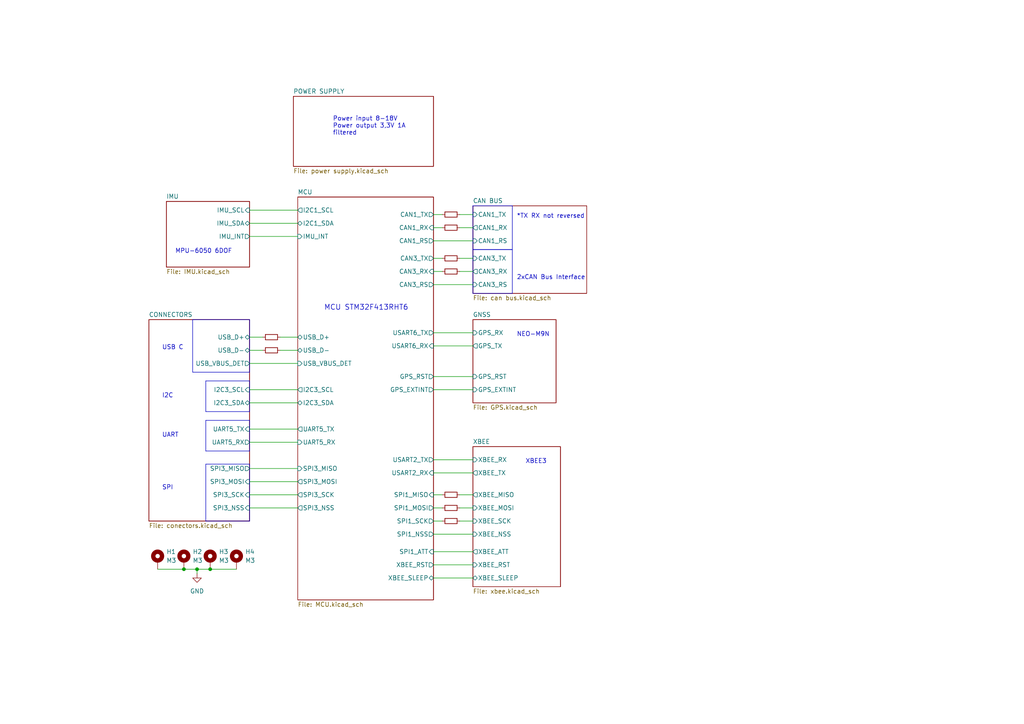
<source format=kicad_sch>
(kicad_sch (version 20230121) (generator eeschema)
  (paper "A4")
  (title_block (title "Telemetry RF module with CAN, GPS and IMU") (rev "1.0") (company "PUT Solar Dynamics") (comment 1 "Mateusz Czarnecki") (comment 2 "Connection diagram"))
  (lib_symbols
    (symbol "Symbols_RF_module:MountingHole_Pad" (pin_numbers hide) (pin_names (offset 1.016) hide)
      (property "Reference" "H" (at 0 6.35 0))
      (property "Value" "MountingHole_Pad" (at 0 4.445 0))
      (symbol "MountingHole_Pad_0_1"
        (circle (center 0 1.27) (radius 1.27) (stroke (width 1.27)))
      )
      (symbol "MountingHole_Pad_1_1"
        (pin input line (at 0 -2.54 90) (length 2.54) (name "1") (number "1"))
      )
    )
    (symbol "Symbols_RF_module:R_Small" (pin_numbers hide) (pin_names (offset 0.254) hide)
      (property "Reference" "R" (at 0.762 0.508 0))
      (property "Value" "R_Small" (at 0.762 -1.016 0))
      (symbol "R_Small_0_1"
        (rectangle (start -0.762 1.778) (end 0.762 -1.778) (stroke (width 0.2032)))
      )
      (symbol "R_Small_1_1"
        (pin passive line (at 0 2.54 270) (length 0.762) (name "~") (number "1"))
        (pin passive line (at 0 -2.54 90) (length 0.762) (name "~") (number "2"))
      )
    )
    (symbol "power:GND" (power) (pin_names (offset 0))
      (property "Value" "GND" (at 0 -3.81 0))
      (symbol "GND_0_1"
        (polyline (pts (xy 0 0) (xy 0 -1.27) (xy 1.27 -1.27) (xy 0 -2.54) (xy -1.27 -1.27) (xy 0 -1.27)))
      )
      (symbol "GND_1_1"
        (pin power_in line (at 0 0 270) (length 0) hide (name "GND") (number "1"))
      )
    )
  )
  (junction (at 53.34 165.1))
  (junction (at 60.96 165.1))
  (junction (at 57.15 165.1))
  (wire (pts (xy 125.73 133.35) (xy 137.16 133.35)))
  (wire (pts (xy 125.73 137.16) (xy 137.16 137.16)))
  (wire (pts (xy 45.72 165.1) (xy 53.34 165.1)))
  (polyline (pts (xy 59.69 110.49) (xy 72.39 110.49)))
  (wire (pts (xy 125.73 167.64) (xy 137.16 167.64)))
  (polyline (pts (xy 55.88 92.71) (xy 72.39 92.71)))
  (polyline (pts (xy 148.59 85.09) (xy 137.16 85.09)))
  (wire (pts (xy 53.34 165.1) (xy 57.15 165.1)))
  (wire (pts (xy 57.15 166.37) (xy 57.15 165.1)))
  (wire (pts (xy 72.39 64.77) (xy 86.36 64.77)))
  (polyline (pts (xy 137.16 72.39) (xy 137.16 85.09)))
  (polyline (pts (xy 72.39 134.62) (xy 72.39 151.13)))
  (wire (pts (xy 72.39 135.89) (xy 86.36 135.89)))
  (polyline (pts (xy 59.69 134.62) (xy 59.69 151.13)))
  (polyline (pts (xy 72.39 107.95) (xy 55.88 107.95)))
  (wire (pts (xy 125.73 78.74) (xy 128.27 78.74)))
  (wire (pts (xy 72.39 124.46) (xy 86.36 124.46)))
  (polyline (pts (xy 137.16 59.69) (xy 137.16 72.39)))
  (wire (pts (xy 125.73 113.03) (xy 137.16 113.03)))
  (wire (pts (xy 133.35 147.32) (xy 137.16 147.32)))
  (polyline (pts (xy 148.59 59.69) (xy 148.59 72.39)))
  (wire (pts (xy 72.39 147.32) (xy 86.36 147.32)))
  (wire (pts (xy 72.39 105.41) (xy 86.36 105.41)))
  (wire (pts (xy 72.39 116.84) (xy 86.36 116.84)))
  (wire (pts (xy 60.96 165.1) (xy 68.58 165.1)))
  (wire (pts (xy 57.15 165.1) (xy 60.96 165.1)))
  (wire (pts (xy 133.35 78.74) (xy 137.16 78.74)))
  (polyline (pts (xy 148.59 59.69) (xy 137.16 59.69)))
  (polyline (pts (xy 72.39 121.92) (xy 72.39 130.81)))
  (wire (pts (xy 72.39 143.51) (xy 86.36 143.51)))
  (polyline (pts (xy 55.88 107.95) (xy 55.88 92.71)))
  (wire (pts (xy 125.73 160.02) (xy 137.16 160.02)))
  (polyline (pts (xy 59.69 119.38) (xy 59.69 110.49)))
  (wire (pts (xy 125.73 69.85) (xy 137.16 69.85)))
  (wire (pts (xy 125.73 143.51) (xy 128.27 143.51)))
  (polyline (pts (xy 72.39 92.71) (xy 72.39 107.95)))
  (polyline (pts (xy 72.39 134.62) (xy 59.69 134.62)))
  (polyline (pts (xy 72.39 119.38) (xy 59.69 119.38)))
  (wire (pts (xy 81.28 101.6) (xy 86.36 101.6)))
  (polyline (pts (xy 148.59 72.39) (xy 148.59 85.09)))
  (wire (pts (xy 72.39 113.03) (xy 86.36 113.03)))
  (wire (pts (xy 125.73 62.23) (xy 128.27 62.23)))
  (wire (pts (xy 133.35 143.51) (xy 137.16 143.51)))
  (wire (pts (xy 81.28 97.79) (xy 86.36 97.79)))
  (wire (pts (xy 125.73 74.93) (xy 128.27 74.93)))
  (wire (pts (xy 125.73 151.13) (xy 128.27 151.13)))
  (wire (pts (xy 125.73 96.52) (xy 137.16 96.52)))
  (polyline (pts (xy 59.69 121.92) (xy 72.39 121.92)))
  (wire (pts (xy 72.39 68.58) (xy 86.36 68.58)))
  (wire (pts (xy 133.35 151.13) (xy 137.16 151.13)))
  (wire (pts (xy 72.39 101.6) (xy 76.2 101.6)))
  (wire (pts (xy 72.39 128.27) (xy 86.36 128.27)))
  (wire (pts (xy 125.73 100.33) (xy 137.16 100.33)))
  (wire (pts (xy 72.39 97.79) (xy 76.2 97.79)))
  (polyline (pts (xy 72.39 110.49) (xy 72.39 119.38)))
  (wire (pts (xy 133.35 74.93) (xy 137.16 74.93)))
  (wire (pts (xy 125.73 154.94) (xy 137.16 154.94)))
  (wire (pts (xy 133.35 62.23) (xy 137.16 62.23)))
  (wire (pts (xy 72.39 60.96) (xy 86.36 60.96)))
  (polyline (pts (xy 72.39 130.81) (xy 59.69 130.81)))
  (wire (pts (xy 125.73 82.55) (xy 137.16 82.55)))
  (polyline (pts (xy 59.69 130.81) (xy 59.69 121.92)))
  (polyline (pts (xy 59.69 151.13) (xy 72.39 151.13)))
  (wire (pts (xy 125.73 163.83) (xy 137.16 163.83)))
  (wire (pts (xy 133.35 66.04) (xy 137.16 66.04)))
  (polyline (pts (xy 137.16 72.39) (xy 148.59 72.39)))
  (wire (pts (xy 125.73 147.32) (xy 128.27 147.32)))
  (wire (pts (xy 72.39 139.7) (xy 86.36 139.7)))
  (wire (pts (xy 125.73 66.04) (xy 128.27 66.04)))
  (polyline (pts (xy 137.16 72.39) (xy 148.59 72.39)))
  (wire (pts (xy 125.73 109.22) (xy 137.16 109.22)))
  (text "I2C" (at 46.99 115.57 0) (effects (font (size 1.27 1.27)) (justify left bottom)))
  (text "XBEE3" (at 152.4 134.62 0) (effects (font (size 1.27 1.27)) (justify left bottom)))
  (text "MCU STM32F413RHT6" (at 93.98 90.17 0) (effects (font (size 1.5 1.5)) (justify left bottom)))
  (text "2xCAN Bus Interface" (at 149.86 81.28 0) (effects (font (size 1.27 1.27)) (justify left bottom)))
  (text "NEO-M9N\n" (at 149.86 97.79 0) (effects (font (size 1.27 1.27)) (justify left bottom)))
  (text "MPU-6050 6DOF" (at 50.8 73.66 0) (effects (font (size 1.27 1.27)) (justify left bottom)))
  (text "UART" (at 46.99 127 0) (effects (font (size 1.27 1.27)) (justify left bottom)))
  (text "Power input 8-18V\nPower output 3,3V 1A\nfiltered\n" (at 96.52 39.37 0) (effects (font (size 1.27 1.27)) (justify left bottom)))
  (text "SPI" (at 46.99 142.24 0) (effects (font (size 1.27 1.27)) (justify left bottom)))
  (text "*TX RX not reversed" (at 149.86 63.5 0) (effects (font (size 1.27 1.27)) (justify left bottom)))
  (text "USB C" (at 46.99 101.6 0) (effects (font (size 1.27 1.27)) (justify left bottom)))
  (symbol (lib_id "Symbols_RF_module:MountingHole_Pad") (at 45.72 162.56 0) (unit 1)
    (property "Reference" "H1" (at 48.26 160.0199 0) (effects (justify left)))
    (property "Value" "M3" (at 48.26 162.5599 0) (effects (justify left)))
    (property "Footprint" "MountingHole:MountingHole_3.2mm_M3_Pad_Via" (effects hide))
  )
  (symbol (lib_id "Symbols_RF_module:R_Small") (at 78.74 101.6 90) (unit 1)
    (property "Reference" "R18" (effects hide))
    (property "Value" "0" (effects hide))
    (property "Footprint" "Resistor_SMD:R_0603_1608Metric" (effects hide))
  )
  (symbol (lib_id "Symbols_RF_module:MountingHole_Pad") (at 60.96 162.56 0) (unit 1)
    (property "Reference" "H3" (at 63.5 160.0199 0) (effects (justify left)))
    (property "Value" "M3" (at 63.5 162.5599 0) (effects (justify left)))
    (property "Footprint" "MountingHole:MountingHole_3.2mm_M3_Pad_Via" (effects hide))
  )
  (symbol (lib_id "Symbols_RF_module:MountingHole_Pad") (at 53.34 162.56 0) (unit 1)
    (property "Reference" "H2" (at 55.88 160.0199 0) (effects (justify left)))
    (property "Value" "M3" (at 55.88 162.5599 0) (effects (justify left)))
    (property "Footprint" "MountingHole:MountingHole_3.2mm_M3_Pad_Via" (effects hide))
  )
  (symbol (lib_id "Symbols_RF_module:R_Small") (at 130.81 66.04 90) (unit 1)
    (property "Reference" "R24" (effects hide))
    (property "Value" "0" (effects hide))
    (property "Footprint" "Resistor_SMD:R_0603_1608Metric" (effects hide))
  )
  (symbol (lib_id "Symbols_RF_module:R_Small") (at 78.74 97.79 90) (unit 1)
    (property "Reference" "R17" (effects hide))
    (property "Value" "0" (effects hide))
    (property "Footprint" "Resistor_SMD:R_0603_1608Metric" (effects hide))
  )
  (symbol (lib_id "Symbols_RF_module:R_Small") (at 130.81 74.93 90) (unit 1)
    (property "Reference" "R20" (effects hide))
    (property "Value" "0" (effects hide))
    (property "Footprint" "Resistor_SMD:R_0603_1608Metric" (effects hide))
  )
  (symbol (lib_id "Symbols_RF_module:R_Small") (at 130.81 143.51 90) (unit 1)
    (property "Reference" "R3" (effects hide))
    (property "Value" "0" (effects hide))
    (property "Footprint" "Resistor_SMD:R_0603_1608Metric" (effects hide))
  )
  (symbol (lib_id "Symbols_RF_module:MountingHole_Pad") (at 68.58 162.56 0) (unit 1)
    (property "Reference" "H4" (at 71.12 160.0199 0) (effects (justify left)))
    (property "Value" "M3" (at 71.12 162.5599 0) (effects (justify left)))
    (property "Footprint" "MountingHole:MountingHole_3.2mm_M3_Pad_Via" (effects hide))
  )
  (symbol (lib_id "Symbols_RF_module:R_Small") (at 130.81 78.74 90) (unit 1)
    (property "Reference" "R19" (effects hide))
    (property "Value" "0" (effects hide))
    (property "Footprint" "Resistor_SMD:R_0603_1608Metric" (effects hide))
  )
  (symbol (lib_id "Symbols_RF_module:R_Small") (at 130.81 147.32 90) (unit 1)
    (property "Reference" "R4" (effects hide))
    (property "Value" "0" (effects hide))
    (property "Footprint" "Resistor_SMD:R_0603_1608Metric" (effects hide))
  )
  (symbol (lib_id "Symbols_RF_module:R_Small") (at 130.81 62.23 90) (unit 1)
    (property "Reference" "R25" (effects hide))
    (property "Value" "0" (effects hide))
    (property "Footprint" "Resistor_SMD:R_0603_1608Metric" (effects hide))
  )
  (symbol (lib_id "power:GND") (at 57.15 166.37 0) (unit 1)
    (property "Reference" "#PWR01" (effects hide))
    (property "Value" "GND" (at 57.15 171.45 0))
  )
  (symbol (lib_id "Symbols_RF_module:R_Small") (at 130.81 151.13 90) (unit 1)
    (property "Reference" "R13" (effects hide))
    (property "Value" "0" (effects hide))
    (property "Footprint" "Resistor_SMD:R_0603_1608Metric" (effects hide))
  )
  (sheet (at 137.16 129.54) (size 25.4 40.64) (stroke (width 0.1524))
    (property "Sheetname" "XBEE" (at 137.16 128.8284 0) (effects (justify left bottom)))
    (property "Sheetfile" "xbee.kicad_sch" (at 137.16 170.7646 0) (effects (justify left top)))
    (pin "XBEE_SLEEP" bidirectional (at 137.16 167.64 180))
    (pin "XBEE_RST" input (at 137.16 163.83 180))
    (pin "XBEE_NSS" input (at 137.16 154.94 180))
    (pin "XBEE_SCK" input (at 137.16 151.13 180))
    (pin "XBEE_MOSI" input (at 137.16 147.32 180))
    (pin "XBEE_ATT" output (at 137.16 160.02 180))
    (pin "XBEE_TX" output (at 137.16 137.16 180))
    (pin "XBEE_MISO" output (at 137.16 143.51 180))
    (pin "XBEE_RX" input (at 137.16 133.35 180))
  )
  (sheet (at 137.16 59.69) (size 33.02 25.4) (stroke (width 0.1524))
    (property "Sheetname" "CAN BUS" (at 137.16 58.9784 0) (effects (justify left bottom)))
    (property "Sheetfile" "can bus.kicad_sch" (at 137.16 85.6746 0) (effects (justify left top)))
    (pin "CAN1_RS" input (at 137.16 69.85 180))
    (pin "CAN1_RX" output (at 137.16 66.04 180))
    (pin "CAN1_TX" input (at 137.16 62.23 180))
    (pin "CAN3_RS" input (at 137.16 82.55 180))
    (pin "CAN3_RX" output (at 137.16 78.74 180))
    (pin "CAN3_TX" input (at 137.16 74.93 180))
  )
  (sheet (at 85.09 27.94) (size 40.64 20.32) (stroke (width 0.1524))
    (property "Sheetname" "POWER SUPPLY" (at 85.09 27.2284 0) (effects (justify left bottom)))
    (property "Sheetfile" "power supply.kicad_sch" (at 85.09 48.8446 0) (effects (justify left top)))
  )
  (sheet (at 86.36 57.15) (size 39.37 116.84) (stroke (width 0.1524))
    (property "Sheetname" "MCU" (at 86.36 56.4384 0) (effects (justify left bottom)))
    (property "Sheetfile" "MCU.kicad_sch" (at 86.36 174.5746 0) (effects (justify left top)))
    (pin "CAN3_TX" output (at 125.73 74.93 0))
    (pin "CAN1_RX" input (at 125.73 66.04 0))
    (pin "CAN1_TX" output (at 125.73 62.23 0))
    (pin "CAN3_RX" input (at 125.73 78.74 0))
    (pin "I2C1_SDA" bidirectional (at 86.36 64.77 180))
    (pin "I2C1_SCL" output (at 86.36 60.96 180))
    (pin "IMU_INT" input (at 86.36 68.58 180))
    (pin "CAN1_RS" output (at 125.73 69.85 0))
    (pin "CAN3_RS" output (at 125.73 82.55 0))
    (pin "USART6_TX" output (at 125.73 96.52 0))
    (pin "USART6_RX" input (at 125.73 100.33 0))
    (pin "GPS_RST" output (at 125.73 109.22 0))
    (pin "GPS_EXTINT" output (at 125.73 113.03 0))
    (pin "SPI1_ATT" input (at 125.73 160.02 0))
    (pin "XBEE_SLEEP" bidirectional (at 125.73 167.64 0))
    (pin "I2C3_SDA" bidirectional (at 86.36 116.84 180))
    (pin "SPI3_SCK" output (at 86.36 143.51 180))
    (pin "SPI3_MISO" input (at 86.36 135.89 180))
    (pin "SPI3_MOSI" output (at 86.36 139.7 180))
    (pin "XBEE_RST" output (at 125.73 163.83 0))
    (pin "I2C3_SCL" output (at 86.36 113.03 180))
    (pin "USB_VBUS_DET" input (at 86.36 105.41 180))
    (pin "USB_D-" bidirectional (at 86.36 101.6 180))
    (pin "SPI1_NSS" output (at 125.73 154.94 0))
    (pin "SPI1_SCK" output (at 125.73 151.13 0))
    (pin "SPI1_MISO" input (at 125.73 143.51 0))
    (pin "SPI1_MOSI" output (at 125.73 147.32 0))
    (pin "USART2_TX" output (at 125.73 133.35 0))
    (pin "USART2_RX" input (at 125.73 137.16 0))
    (pin "SPI3_NSS" output (at 86.36 147.32 180))
    (pin "USB_D+" bidirectional (at 86.36 97.79 180))
    (pin "UART5_TX" output (at 86.36 124.46 180))
    (pin "UART5_RX" input (at 86.36 128.27 180))
  )
  (sheet (at 48.26 58.42) (size 24.13 19.05) (stroke (width 0.1524))
    (property "Sheetname" "IMU" (at 48.26 57.7084 0) (effects (justify left bottom)))
    (property "Sheetfile" "IMU.kicad_sch" (at 48.26 78.0546 0) (effects (justify left top)))
    (pin "IMU_INT" output (at 72.39 68.58 0))
    (pin "IMU_SDA" bidirectional (at 72.39 64.77 0))
    (pin "IMU_SCL" input (at 72.39 60.96 0))
  )
  (sheet (at 137.16 92.71) (size 24.13 24.13) (stroke (width 0.1524))
    (property "Sheetname" "GNSS" (at 137.16 91.9984 0) (effects (justify left bottom)))
    (property "Sheetfile" "GPS.kicad_sch" (at 137.16 117.4246 0) (effects (justify left top)))
    (pin "GPS_RST" input (at 137.16 109.22 180))
    (pin "GPS_EXTINT" input (at 137.16 113.03 180))
    (pin "GPS_TX" output (at 137.16 100.33 180))
    (pin "GPS_RX" input (at 137.16 96.52 180))
  )
  (sheet (at 43.18 92.71) (size 29.21 58.42) (stroke (width 0.1524))
    (property "Sheetname" "CONNECTORS" (at 43.18 91.9984 0) (effects (justify left bottom)))
    (property "Sheetfile" "conectors.kicad_sch" (at 43.18 151.7146 0) (effects (justify left top)))
    (pin "I2C3_SCL" input (at 72.39 113.03 0))
    (pin "USB_D+" bidirectional (at 72.39 97.79 0))
    (pin "USB_D-" bidirectional (at 72.39 101.6 0))
    (pin "SPI3_MISO" output (at 72.39 135.89 0))
    (pin "SPI3_SCK" input (at 72.39 143.51 0))
    (pin "SPI3_NSS" input (at 72.39 147.32 0))
    (pin "SPI3_MOSI" input (at 72.39 139.7 0))
    (pin "I2C3_SDA" bidirectional (at 72.39 116.84 0))
    (pin "USB_VBUS_DET" output (at 72.39 105.41 0))
    (pin "UART5_RX" output (at 72.39 128.27 0))
    (pin "UART5_TX" input (at 72.39 124.46 0))
  )
)
</source>
